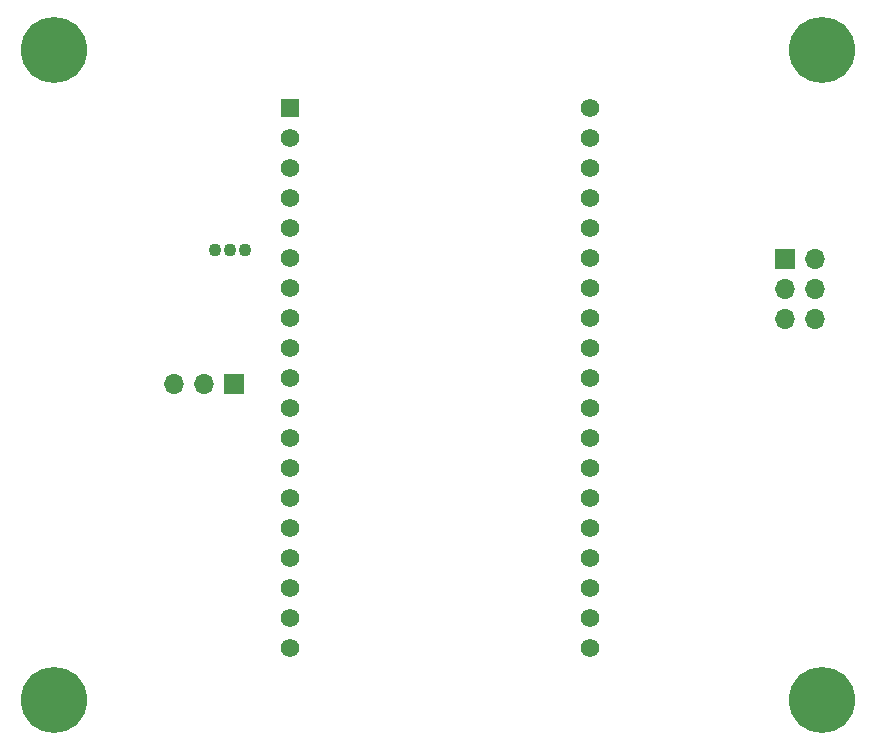
<source format=gbr>
%TF.GenerationSoftware,KiCad,Pcbnew,(7.0.0)*%
%TF.CreationDate,2023-06-14T15:09:39+02:00*%
%TF.ProjectId,PEE50_voltametrie,50454535-305f-4766-9f6c-74616d657472,rev?*%
%TF.SameCoordinates,Original*%
%TF.FileFunction,Soldermask,Bot*%
%TF.FilePolarity,Negative*%
%FSLAX46Y46*%
G04 Gerber Fmt 4.6, Leading zero omitted, Abs format (unit mm)*
G04 Created by KiCad (PCBNEW (7.0.0)) date 2023-06-14 15:09:39*
%MOMM*%
%LPD*%
G01*
G04 APERTURE LIST*
%ADD10C,5.600000*%
%ADD11R,1.700000X1.700000*%
%ADD12O,1.700000X1.700000*%
%ADD13R,1.560000X1.560000*%
%ADD14C,1.560000*%
%ADD15C,1.100000*%
G04 APERTURE END LIST*
D10*
%TO.C,H1*%
X140000000Y-72000000D03*
%TD*%
D11*
%TO.C,J4*%
X201929999Y-89661999D03*
D12*
X204469999Y-89661999D03*
X201929999Y-92201999D03*
X204469999Y-92201999D03*
X201929999Y-94741999D03*
X204469999Y-94741999D03*
%TD*%
D10*
%TO.C,H4*%
X205000000Y-127000000D03*
%TD*%
D11*
%TO.C,JP1*%
X155274999Y-100249999D03*
D12*
X152734999Y-100249999D03*
X150194999Y-100249999D03*
%TD*%
D13*
%TO.C,U1*%
X160019999Y-76834999D03*
D14*
X160020000Y-79375000D03*
X160020000Y-81915000D03*
X160020000Y-84455000D03*
X160020000Y-86995000D03*
X160020000Y-89535000D03*
X160020000Y-92075000D03*
X160020000Y-94615000D03*
X160020000Y-97155000D03*
X160020000Y-99695000D03*
X160020000Y-102235000D03*
X160020000Y-104775000D03*
X160020000Y-107315000D03*
X160020000Y-109855000D03*
X160020000Y-112395000D03*
X160020000Y-114935000D03*
X160020000Y-117475000D03*
X160020000Y-120015000D03*
X160020000Y-122555000D03*
X185420000Y-76835000D03*
X185420000Y-79375000D03*
X185420000Y-81915000D03*
X185420000Y-84455000D03*
X185420000Y-86995000D03*
X185420000Y-89535000D03*
X185420000Y-92075000D03*
X185420000Y-94615000D03*
X185420000Y-97155000D03*
X185420000Y-99695000D03*
X185420000Y-102235000D03*
X185420000Y-104775000D03*
X185420000Y-107315000D03*
X185420000Y-109855000D03*
X185420000Y-112395000D03*
X185420000Y-114935000D03*
X185420000Y-117475000D03*
X185420000Y-120015000D03*
X185420000Y-122555000D03*
%TD*%
D10*
%TO.C,H3*%
X140000000Y-127000000D03*
%TD*%
%TO.C,H2*%
X205000000Y-72000000D03*
%TD*%
D15*
%TO.C,IC8*%
X153670000Y-88900000D03*
X154940000Y-88900000D03*
X156210000Y-88900000D03*
%TD*%
M02*

</source>
